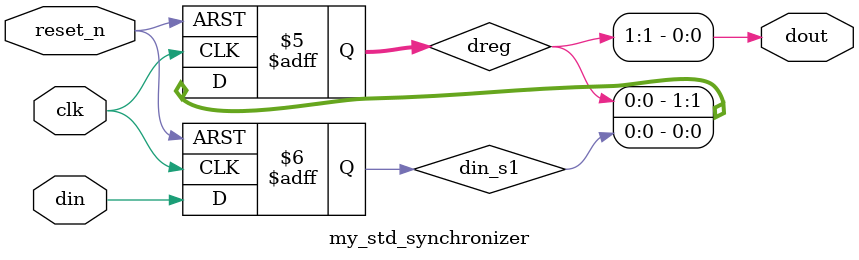
<source format=v>

`timescale 1ns / 1ns

module my_std_synchronizer (
                                clk, 
                                reset_n, 
                                din, 
                                dout
                                );

    // GLOBAL PARAMETER DECLARATION
    parameter depth = 3; // This value must be >= 2 !
       
    // INPUT PORT DECLARATION 
    input   clk;
    input   reset_n;    
    input   din;

    // OUTPUT PORT DECLARATION 
    output  dout;

    // QuartusII synthesis directives:
    //     1. Preserve all registers ie. do not touch them.
    //     2. Do not merge other flip-flops with synchronizer flip-flops.
    // QuartusII TimeQuest directives:
    //     1. Identify all flip-flops in this module as members of the synchronizer 
    //        to enable automatic metastability MTBF analysis.
    //     2. Cut all timing paths terminating on data input pin of the first flop din_s1.

    (* altera_attribute = {"-name SYNCHRONIZER_IDENTIFICATION FORCED_IF_ASYNCHRONOUS; -name DONT_MERGE_REGISTER ON; -name PRESERVE_REGISTER ON; -name SDC_STATEMENT \"set_false_path -to [get_keepers {*my_std_synchronizer:*|din_s1}]\" "} *) reg din_s1;

    (* altera_attribute = {"-name SYNCHRONIZER_IDENTIFICATION FORCED_IF_ASYNCHRONOUS; -name DONT_MERGE_REGISTER ON; -name PRESERVE_REGISTER ON"} *) reg [depth-2:0] dreg;    

    always @(posedge clk or negedge reset_n) begin
        if (reset_n == 0) 
            din_s1 <= 1'b0;
        else
            din_s1 <= din;
    end  

    // the remaining synchronizer registers form a simple shift register
    // of length depth-1

    generate
        if (depth < 3) begin
            always @(posedge clk or negedge reset_n) begin
                if (reset_n == 0) 
                    dreg <= {depth-1{1'b0}};      
                else
                    dreg <= din_s1;
            end     
        end else begin
            always @(posedge clk or negedge reset_n) begin
                if (reset_n == 0) 
                    dreg <= {depth-1{1'b0}};
                else
                    dreg <= {dreg[depth-3:0], din_s1};
            end
        end
    endgenerate

    assign dout = dreg[depth-2];
   
endmodule  // my_std_synchronizer
// END OF MODULE
</source>
